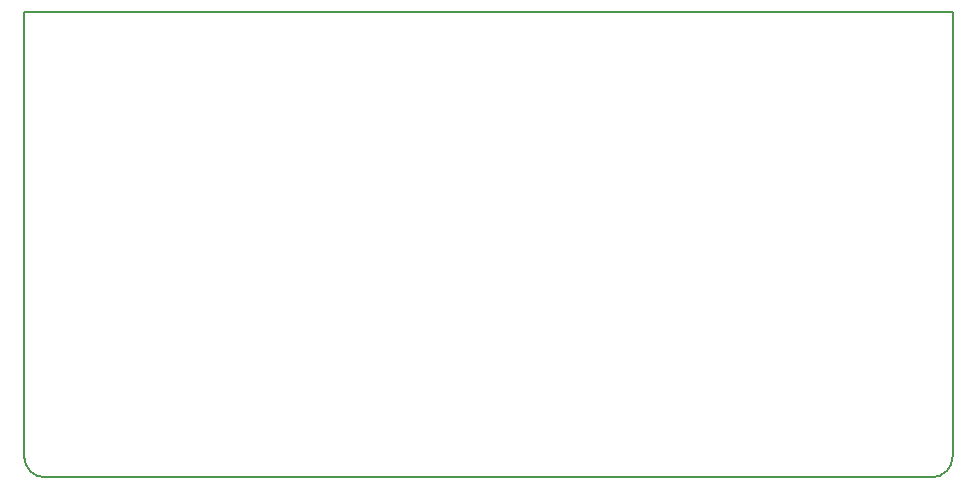
<source format=gbr>
G04 start of page 4 for group 2 idx 2 *
G04 Title: (unknown), outline *
G04 Creator: pcb 20140316 *
G04 CreationDate: Wed 09 Mar 2016 04:49:46 PM GMT UTC *
G04 For: fosse *
G04 Format: Gerber/RS-274X *
G04 PCB-Dimensions (mil): 3665.00 1935.00 *
G04 PCB-Coordinate-Origin: lower left *
%MOIN*%
%FSLAX25Y25*%
%LNOUTLINE*%
%ADD60C,0.0060*%
G54D60*X6000Y187000D02*X315500D01*
Y39000D01*
X6000Y38500D02*Y187000D01*
X308500Y32000D02*X13000D01*
X6000Y39000D02*G75*G03X13000Y32000I7000J0D01*G01*
X308500D02*G75*G03X315500Y39000I0J7000D01*G01*
M02*

</source>
